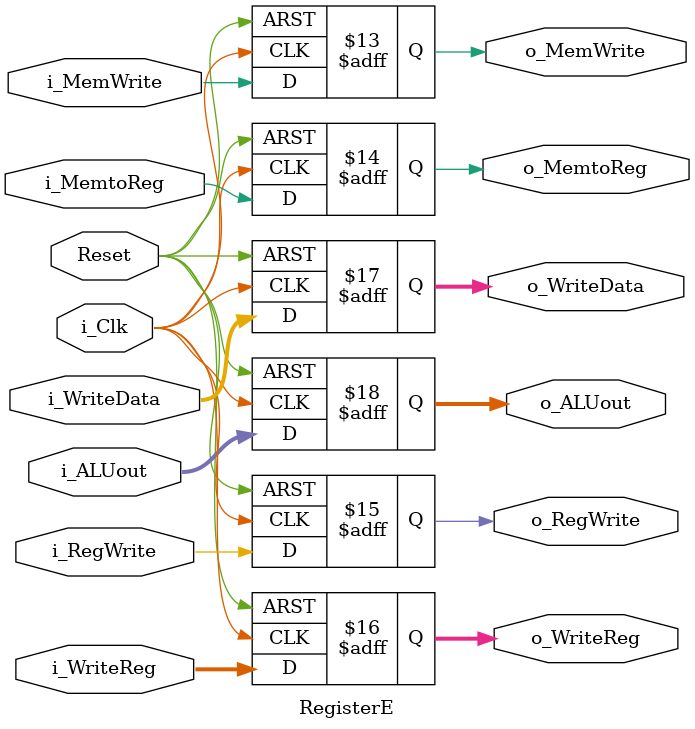
<source format=v>

module RegisterE (
	input Reset,
	input i_Clk,
	input [31:0] i_ALUout,
	input [31:0] i_WriteData,
	input [4:0] i_WriteReg,
	input i_RegWrite, i_MemtoReg, i_MemWrite,
	output reg [31:0] o_ALUout,
	output reg [31:0] o_WriteData,
	output reg [4:0] o_WriteReg,
	output reg o_RegWrite, o_MemtoReg, o_MemWrite
);

always @(posedge i_Clk, negedge Reset) begin 
	if (~Reset) o_ALUout <= 0;
	else o_ALUout <= i_ALUout;
end
always @(posedge i_Clk, negedge Reset) begin 
	if (~Reset) o_WriteData <= 0;
	else o_WriteData <= i_WriteData;
end
always @(posedge i_Clk, negedge Reset) begin 
	if (~Reset) o_WriteReg <= 0;
	else o_WriteReg <= i_WriteReg;
end
always @(posedge i_Clk, negedge Reset) begin 
	if (~Reset) o_RegWrite <= 0;
	else o_RegWrite <= i_RegWrite;
end
always @(posedge i_Clk, negedge Reset) begin
	if (~Reset) o_MemtoReg <= 0;
	else o_MemtoReg <= i_MemtoReg;
end
always @(posedge i_Clk, negedge Reset) begin 
	if (~Reset) o_MemWrite <= 0;
	else o_MemWrite <= i_MemWrite;
end
endmodule

</source>
